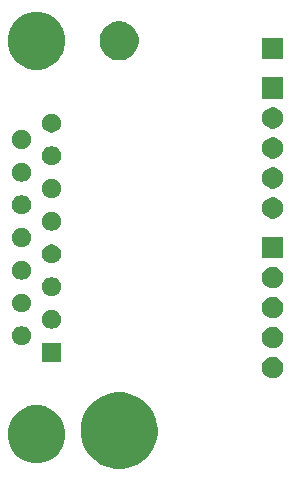
<source format=gbr>
G04 #@! TF.GenerationSoftware,KiCad,Pcbnew,(5.1.5-0-10_14)*
G04 #@! TF.CreationDate,2020-04-14T14:24:53+01:00*
G04 #@! TF.ProjectId,RS422,52533432-322e-46b6-9963-61645f706362,rev?*
G04 #@! TF.SameCoordinates,Original*
G04 #@! TF.FileFunction,Soldermask,Bot*
G04 #@! TF.FilePolarity,Negative*
%FSLAX46Y46*%
G04 Gerber Fmt 4.6, Leading zero omitted, Abs format (unit mm)*
G04 Created by KiCad (PCBNEW (5.1.5-0-10_14)) date 2020-04-14 14:24:53*
%MOMM*%
%LPD*%
G04 APERTURE LIST*
%ADD10C,0.100000*%
G04 APERTURE END LIST*
D10*
G36*
X122254239Y-94391467D02*
G01*
X122568282Y-94453934D01*
X123159926Y-94699001D01*
X123692392Y-95054784D01*
X124145216Y-95507608D01*
X124500999Y-96040074D01*
X124746066Y-96631718D01*
X124746066Y-96631719D01*
X124856135Y-97185070D01*
X124871000Y-97259804D01*
X124871000Y-97900196D01*
X124746066Y-98528282D01*
X124500999Y-99119926D01*
X124145216Y-99652392D01*
X123692392Y-100105216D01*
X123159926Y-100460999D01*
X122568282Y-100706066D01*
X122254239Y-100768533D01*
X121940197Y-100831000D01*
X121299803Y-100831000D01*
X120985761Y-100768533D01*
X120671718Y-100706066D01*
X120080074Y-100460999D01*
X119547608Y-100105216D01*
X119094784Y-99652392D01*
X118739001Y-99119926D01*
X118493934Y-98528282D01*
X118369000Y-97900196D01*
X118369000Y-97259804D01*
X118383866Y-97185070D01*
X118493934Y-96631719D01*
X118493934Y-96631718D01*
X118739001Y-96040074D01*
X119094784Y-95507608D01*
X119547608Y-95054784D01*
X120080074Y-94699001D01*
X120671718Y-94453934D01*
X120985761Y-94391467D01*
X121299803Y-94329000D01*
X121940197Y-94329000D01*
X122254239Y-94391467D01*
G37*
G36*
X115334929Y-95543190D02*
G01*
X115780982Y-95727951D01*
X115780984Y-95727952D01*
X116182421Y-95996184D01*
X116523816Y-96337579D01*
X116720354Y-96631718D01*
X116792049Y-96739018D01*
X116976810Y-97185071D01*
X117071000Y-97658596D01*
X117071000Y-98141404D01*
X116976810Y-98614929D01*
X116792049Y-99060982D01*
X116792048Y-99060984D01*
X116523816Y-99462421D01*
X116182421Y-99803816D01*
X115780984Y-100072048D01*
X115780983Y-100072049D01*
X115780982Y-100072049D01*
X115334929Y-100256810D01*
X114861404Y-100351000D01*
X114378596Y-100351000D01*
X113905071Y-100256810D01*
X113459018Y-100072049D01*
X113459017Y-100072049D01*
X113459016Y-100072048D01*
X113057579Y-99803816D01*
X112716184Y-99462421D01*
X112447952Y-99060984D01*
X112447951Y-99060982D01*
X112263190Y-98614929D01*
X112169000Y-98141404D01*
X112169000Y-97658596D01*
X112263190Y-97185071D01*
X112447951Y-96739018D01*
X112519647Y-96631718D01*
X112716184Y-96337579D01*
X113057579Y-95996184D01*
X113459016Y-95727952D01*
X113459018Y-95727951D01*
X113905071Y-95543190D01*
X114378596Y-95449000D01*
X114861404Y-95449000D01*
X115334929Y-95543190D01*
G37*
G36*
X134733512Y-91343927D02*
G01*
X134882812Y-91373624D01*
X135046784Y-91441544D01*
X135194354Y-91540147D01*
X135319853Y-91665646D01*
X135418456Y-91813216D01*
X135486376Y-91977188D01*
X135521000Y-92151259D01*
X135521000Y-92328741D01*
X135486376Y-92502812D01*
X135418456Y-92666784D01*
X135319853Y-92814354D01*
X135194354Y-92939853D01*
X135046784Y-93038456D01*
X134882812Y-93106376D01*
X134733512Y-93136073D01*
X134708742Y-93141000D01*
X134531258Y-93141000D01*
X134506488Y-93136073D01*
X134357188Y-93106376D01*
X134193216Y-93038456D01*
X134045646Y-92939853D01*
X133920147Y-92814354D01*
X133821544Y-92666784D01*
X133753624Y-92502812D01*
X133719000Y-92328741D01*
X133719000Y-92151259D01*
X133753624Y-91977188D01*
X133821544Y-91813216D01*
X133920147Y-91665646D01*
X134045646Y-91540147D01*
X134193216Y-91441544D01*
X134357188Y-91373624D01*
X134506488Y-91343927D01*
X134531258Y-91339000D01*
X134708742Y-91339000D01*
X134733512Y-91343927D01*
G37*
G36*
X116691000Y-91736000D02*
G01*
X115089000Y-91736000D01*
X115089000Y-90134000D01*
X116691000Y-90134000D01*
X116691000Y-91736000D01*
G37*
G36*
X134733512Y-88803927D02*
G01*
X134882812Y-88833624D01*
X135046784Y-88901544D01*
X135194354Y-89000147D01*
X135319853Y-89125646D01*
X135418456Y-89273216D01*
X135486376Y-89437188D01*
X135521000Y-89611259D01*
X135521000Y-89788741D01*
X135486376Y-89962812D01*
X135418456Y-90126784D01*
X135319853Y-90274354D01*
X135194354Y-90399853D01*
X135046784Y-90498456D01*
X134882812Y-90566376D01*
X134733512Y-90596073D01*
X134708742Y-90601000D01*
X134531258Y-90601000D01*
X134506488Y-90596073D01*
X134357188Y-90566376D01*
X134193216Y-90498456D01*
X134045646Y-90399853D01*
X133920147Y-90274354D01*
X133821544Y-90126784D01*
X133753624Y-89962812D01*
X133719000Y-89788741D01*
X133719000Y-89611259D01*
X133753624Y-89437188D01*
X133821544Y-89273216D01*
X133920147Y-89125646D01*
X134045646Y-89000147D01*
X134193216Y-88901544D01*
X134357188Y-88833624D01*
X134506488Y-88803927D01*
X134531258Y-88799000D01*
X134708742Y-88799000D01*
X134733512Y-88803927D01*
G37*
G36*
X113583642Y-88779781D02*
G01*
X113713632Y-88833625D01*
X113729416Y-88840163D01*
X113860608Y-88927822D01*
X113972178Y-89039392D01*
X114029811Y-89125647D01*
X114059838Y-89170586D01*
X114120219Y-89316358D01*
X114151000Y-89471107D01*
X114151000Y-89628893D01*
X114120219Y-89783642D01*
X114059838Y-89929414D01*
X114059837Y-89929416D01*
X113972178Y-90060608D01*
X113860608Y-90172178D01*
X113729416Y-90259837D01*
X113729415Y-90259838D01*
X113729414Y-90259838D01*
X113583642Y-90320219D01*
X113428893Y-90351000D01*
X113271107Y-90351000D01*
X113116358Y-90320219D01*
X112970586Y-90259838D01*
X112970585Y-90259838D01*
X112970584Y-90259837D01*
X112839392Y-90172178D01*
X112727822Y-90060608D01*
X112640163Y-89929416D01*
X112640162Y-89929414D01*
X112579781Y-89783642D01*
X112549000Y-89628893D01*
X112549000Y-89471107D01*
X112579781Y-89316358D01*
X112640162Y-89170586D01*
X112670189Y-89125647D01*
X112727822Y-89039392D01*
X112839392Y-88927822D01*
X112970584Y-88840163D01*
X112986368Y-88833625D01*
X113116358Y-88779781D01*
X113271107Y-88749000D01*
X113428893Y-88749000D01*
X113583642Y-88779781D01*
G37*
G36*
X116123642Y-87394781D02*
G01*
X116269414Y-87455162D01*
X116269416Y-87455163D01*
X116400608Y-87542822D01*
X116512178Y-87654392D01*
X116565606Y-87734354D01*
X116599838Y-87785586D01*
X116660219Y-87931358D01*
X116691000Y-88086107D01*
X116691000Y-88243893D01*
X116660219Y-88398642D01*
X116599838Y-88544414D01*
X116599837Y-88544416D01*
X116512178Y-88675608D01*
X116400608Y-88787178D01*
X116269416Y-88874837D01*
X116269415Y-88874838D01*
X116269414Y-88874838D01*
X116123642Y-88935219D01*
X115968893Y-88966000D01*
X115811107Y-88966000D01*
X115656358Y-88935219D01*
X115510586Y-88874838D01*
X115510585Y-88874838D01*
X115510584Y-88874837D01*
X115379392Y-88787178D01*
X115267822Y-88675608D01*
X115180163Y-88544416D01*
X115180162Y-88544414D01*
X115119781Y-88398642D01*
X115089000Y-88243893D01*
X115089000Y-88086107D01*
X115119781Y-87931358D01*
X115180162Y-87785586D01*
X115214394Y-87734354D01*
X115267822Y-87654392D01*
X115379392Y-87542822D01*
X115510584Y-87455163D01*
X115510586Y-87455162D01*
X115656358Y-87394781D01*
X115811107Y-87364000D01*
X115968893Y-87364000D01*
X116123642Y-87394781D01*
G37*
G36*
X134733512Y-86263927D02*
G01*
X134882812Y-86293624D01*
X135046784Y-86361544D01*
X135194354Y-86460147D01*
X135319853Y-86585646D01*
X135418456Y-86733216D01*
X135486376Y-86897188D01*
X135521000Y-87071259D01*
X135521000Y-87248741D01*
X135486376Y-87422812D01*
X135418456Y-87586784D01*
X135319853Y-87734354D01*
X135194354Y-87859853D01*
X135046784Y-87958456D01*
X134882812Y-88026376D01*
X134733512Y-88056073D01*
X134708742Y-88061000D01*
X134531258Y-88061000D01*
X134506488Y-88056073D01*
X134357188Y-88026376D01*
X134193216Y-87958456D01*
X134045646Y-87859853D01*
X133920147Y-87734354D01*
X133821544Y-87586784D01*
X133753624Y-87422812D01*
X133719000Y-87248741D01*
X133719000Y-87071259D01*
X133753624Y-86897188D01*
X133821544Y-86733216D01*
X133920147Y-86585646D01*
X134045646Y-86460147D01*
X134193216Y-86361544D01*
X134357188Y-86293624D01*
X134506488Y-86263927D01*
X134531258Y-86259000D01*
X134708742Y-86259000D01*
X134733512Y-86263927D01*
G37*
G36*
X113583642Y-86009781D02*
G01*
X113729414Y-86070162D01*
X113729416Y-86070163D01*
X113860608Y-86157822D01*
X113972178Y-86269392D01*
X114059837Y-86400584D01*
X114059838Y-86400586D01*
X114120219Y-86546358D01*
X114151000Y-86701107D01*
X114151000Y-86858893D01*
X114120219Y-87013642D01*
X114096353Y-87071259D01*
X114059837Y-87159416D01*
X113972178Y-87290608D01*
X113860608Y-87402178D01*
X113729416Y-87489837D01*
X113729415Y-87489838D01*
X113729414Y-87489838D01*
X113583642Y-87550219D01*
X113428893Y-87581000D01*
X113271107Y-87581000D01*
X113116358Y-87550219D01*
X112970586Y-87489838D01*
X112970585Y-87489838D01*
X112970584Y-87489837D01*
X112839392Y-87402178D01*
X112727822Y-87290608D01*
X112640163Y-87159416D01*
X112603647Y-87071259D01*
X112579781Y-87013642D01*
X112549000Y-86858893D01*
X112549000Y-86701107D01*
X112579781Y-86546358D01*
X112640162Y-86400586D01*
X112640163Y-86400584D01*
X112727822Y-86269392D01*
X112839392Y-86157822D01*
X112970584Y-86070163D01*
X112970586Y-86070162D01*
X113116358Y-86009781D01*
X113271107Y-85979000D01*
X113428893Y-85979000D01*
X113583642Y-86009781D01*
G37*
G36*
X116123642Y-84624781D02*
G01*
X116269414Y-84685162D01*
X116269416Y-84685163D01*
X116400608Y-84772822D01*
X116512178Y-84884392D01*
X116599837Y-85015584D01*
X116599838Y-85015586D01*
X116660219Y-85161358D01*
X116691000Y-85316107D01*
X116691000Y-85473893D01*
X116660219Y-85628642D01*
X116599838Y-85774414D01*
X116599837Y-85774416D01*
X116512178Y-85905608D01*
X116400608Y-86017178D01*
X116269416Y-86104837D01*
X116269415Y-86104838D01*
X116269414Y-86104838D01*
X116123642Y-86165219D01*
X115968893Y-86196000D01*
X115811107Y-86196000D01*
X115656358Y-86165219D01*
X115510586Y-86104838D01*
X115510585Y-86104838D01*
X115510584Y-86104837D01*
X115379392Y-86017178D01*
X115267822Y-85905608D01*
X115180163Y-85774416D01*
X115180162Y-85774414D01*
X115119781Y-85628642D01*
X115089000Y-85473893D01*
X115089000Y-85316107D01*
X115119781Y-85161358D01*
X115180162Y-85015586D01*
X115180163Y-85015584D01*
X115267822Y-84884392D01*
X115379392Y-84772822D01*
X115510584Y-84685163D01*
X115510586Y-84685162D01*
X115656358Y-84624781D01*
X115811107Y-84594000D01*
X115968893Y-84594000D01*
X116123642Y-84624781D01*
G37*
G36*
X134733512Y-83723927D02*
G01*
X134882812Y-83753624D01*
X135046784Y-83821544D01*
X135194354Y-83920147D01*
X135319853Y-84045646D01*
X135418456Y-84193216D01*
X135486376Y-84357188D01*
X135516073Y-84506488D01*
X135518882Y-84520608D01*
X135521000Y-84531259D01*
X135521000Y-84708741D01*
X135486376Y-84882812D01*
X135418456Y-85046784D01*
X135319853Y-85194354D01*
X135194354Y-85319853D01*
X135046784Y-85418456D01*
X134882812Y-85486376D01*
X134733512Y-85516073D01*
X134708742Y-85521000D01*
X134531258Y-85521000D01*
X134506488Y-85516073D01*
X134357188Y-85486376D01*
X134193216Y-85418456D01*
X134045646Y-85319853D01*
X133920147Y-85194354D01*
X133821544Y-85046784D01*
X133753624Y-84882812D01*
X133719000Y-84708741D01*
X133719000Y-84531259D01*
X133721119Y-84520608D01*
X133723927Y-84506488D01*
X133753624Y-84357188D01*
X133821544Y-84193216D01*
X133920147Y-84045646D01*
X134045646Y-83920147D01*
X134193216Y-83821544D01*
X134357188Y-83753624D01*
X134506488Y-83723927D01*
X134531258Y-83719000D01*
X134708742Y-83719000D01*
X134733512Y-83723927D01*
G37*
G36*
X113583642Y-83239781D02*
G01*
X113729414Y-83300162D01*
X113729416Y-83300163D01*
X113860608Y-83387822D01*
X113972178Y-83499392D01*
X114059837Y-83630584D01*
X114059838Y-83630586D01*
X114120219Y-83776358D01*
X114151000Y-83931107D01*
X114151000Y-84088893D01*
X114120219Y-84243642D01*
X114073186Y-84357189D01*
X114059837Y-84389416D01*
X113972178Y-84520608D01*
X113860608Y-84632178D01*
X113729416Y-84719837D01*
X113729415Y-84719838D01*
X113729414Y-84719838D01*
X113583642Y-84780219D01*
X113428893Y-84811000D01*
X113271107Y-84811000D01*
X113116358Y-84780219D01*
X112970586Y-84719838D01*
X112970585Y-84719838D01*
X112970584Y-84719837D01*
X112839392Y-84632178D01*
X112727822Y-84520608D01*
X112640163Y-84389416D01*
X112626814Y-84357189D01*
X112579781Y-84243642D01*
X112549000Y-84088893D01*
X112549000Y-83931107D01*
X112579781Y-83776358D01*
X112640162Y-83630586D01*
X112640163Y-83630584D01*
X112727822Y-83499392D01*
X112839392Y-83387822D01*
X112970584Y-83300163D01*
X112970586Y-83300162D01*
X113116358Y-83239781D01*
X113271107Y-83209000D01*
X113428893Y-83209000D01*
X113583642Y-83239781D01*
G37*
G36*
X116123642Y-81854781D02*
G01*
X116269414Y-81915162D01*
X116269416Y-81915163D01*
X116400608Y-82002822D01*
X116512178Y-82114392D01*
X116599837Y-82245584D01*
X116599838Y-82245586D01*
X116660219Y-82391358D01*
X116691000Y-82546107D01*
X116691000Y-82703893D01*
X116660219Y-82858642D01*
X116609536Y-82981000D01*
X116599837Y-83004416D01*
X116512178Y-83135608D01*
X116400608Y-83247178D01*
X116269416Y-83334837D01*
X116269415Y-83334838D01*
X116269414Y-83334838D01*
X116123642Y-83395219D01*
X115968893Y-83426000D01*
X115811107Y-83426000D01*
X115656358Y-83395219D01*
X115510586Y-83334838D01*
X115510585Y-83334838D01*
X115510584Y-83334837D01*
X115379392Y-83247178D01*
X115267822Y-83135608D01*
X115180163Y-83004416D01*
X115170464Y-82981000D01*
X115119781Y-82858642D01*
X115089000Y-82703893D01*
X115089000Y-82546107D01*
X115119781Y-82391358D01*
X115180162Y-82245586D01*
X115180163Y-82245584D01*
X115267822Y-82114392D01*
X115379392Y-82002822D01*
X115510584Y-81915163D01*
X115510586Y-81915162D01*
X115656358Y-81854781D01*
X115811107Y-81824000D01*
X115968893Y-81824000D01*
X116123642Y-81854781D01*
G37*
G36*
X135521000Y-82981000D02*
G01*
X133719000Y-82981000D01*
X133719000Y-81179000D01*
X135521000Y-81179000D01*
X135521000Y-82981000D01*
G37*
G36*
X113583642Y-80469781D02*
G01*
X113729414Y-80530162D01*
X113729416Y-80530163D01*
X113860608Y-80617822D01*
X113972178Y-80729392D01*
X114059837Y-80860584D01*
X114059838Y-80860586D01*
X114120219Y-81006358D01*
X114151000Y-81161107D01*
X114151000Y-81318893D01*
X114120219Y-81473642D01*
X114059838Y-81619414D01*
X114059837Y-81619416D01*
X113972178Y-81750608D01*
X113860608Y-81862178D01*
X113729416Y-81949837D01*
X113729415Y-81949838D01*
X113729414Y-81949838D01*
X113583642Y-82010219D01*
X113428893Y-82041000D01*
X113271107Y-82041000D01*
X113116358Y-82010219D01*
X112970586Y-81949838D01*
X112970585Y-81949838D01*
X112970584Y-81949837D01*
X112839392Y-81862178D01*
X112727822Y-81750608D01*
X112640163Y-81619416D01*
X112640162Y-81619414D01*
X112579781Y-81473642D01*
X112549000Y-81318893D01*
X112549000Y-81161107D01*
X112579781Y-81006358D01*
X112640162Y-80860586D01*
X112640163Y-80860584D01*
X112727822Y-80729392D01*
X112839392Y-80617822D01*
X112970584Y-80530163D01*
X112970586Y-80530162D01*
X113116358Y-80469781D01*
X113271107Y-80439000D01*
X113428893Y-80439000D01*
X113583642Y-80469781D01*
G37*
G36*
X116123642Y-79084781D02*
G01*
X116269414Y-79145162D01*
X116269416Y-79145163D01*
X116400608Y-79232822D01*
X116512178Y-79344392D01*
X116575962Y-79439853D01*
X116599838Y-79475586D01*
X116660219Y-79621358D01*
X116691000Y-79776107D01*
X116691000Y-79933893D01*
X116660219Y-80088642D01*
X116599838Y-80234414D01*
X116599837Y-80234416D01*
X116512178Y-80365608D01*
X116400608Y-80477178D01*
X116269416Y-80564837D01*
X116269415Y-80564838D01*
X116269414Y-80564838D01*
X116123642Y-80625219D01*
X115968893Y-80656000D01*
X115811107Y-80656000D01*
X115656358Y-80625219D01*
X115510586Y-80564838D01*
X115510585Y-80564838D01*
X115510584Y-80564837D01*
X115379392Y-80477178D01*
X115267822Y-80365608D01*
X115180163Y-80234416D01*
X115180162Y-80234414D01*
X115119781Y-80088642D01*
X115089000Y-79933893D01*
X115089000Y-79776107D01*
X115119781Y-79621358D01*
X115180162Y-79475586D01*
X115204038Y-79439853D01*
X115267822Y-79344392D01*
X115379392Y-79232822D01*
X115510584Y-79145163D01*
X115510586Y-79145162D01*
X115656358Y-79084781D01*
X115811107Y-79054000D01*
X115968893Y-79054000D01*
X116123642Y-79084781D01*
G37*
G36*
X134733512Y-77843927D02*
G01*
X134882812Y-77873624D01*
X135046784Y-77941544D01*
X135194354Y-78040147D01*
X135319853Y-78165646D01*
X135418456Y-78313216D01*
X135486376Y-78477188D01*
X135521000Y-78651259D01*
X135521000Y-78828741D01*
X135486376Y-79002812D01*
X135418456Y-79166784D01*
X135319853Y-79314354D01*
X135194354Y-79439853D01*
X135046784Y-79538456D01*
X134882812Y-79606376D01*
X134733512Y-79636073D01*
X134708742Y-79641000D01*
X134531258Y-79641000D01*
X134506488Y-79636073D01*
X134357188Y-79606376D01*
X134193216Y-79538456D01*
X134045646Y-79439853D01*
X133920147Y-79314354D01*
X133821544Y-79166784D01*
X133753624Y-79002812D01*
X133719000Y-78828741D01*
X133719000Y-78651259D01*
X133753624Y-78477188D01*
X133821544Y-78313216D01*
X133920147Y-78165646D01*
X134045646Y-78040147D01*
X134193216Y-77941544D01*
X134357188Y-77873624D01*
X134506488Y-77843927D01*
X134531258Y-77839000D01*
X134708742Y-77839000D01*
X134733512Y-77843927D01*
G37*
G36*
X113583642Y-77699781D02*
G01*
X113729414Y-77760162D01*
X113729416Y-77760163D01*
X113860608Y-77847822D01*
X113972178Y-77959392D01*
X114026136Y-78040147D01*
X114059838Y-78090586D01*
X114120219Y-78236358D01*
X114151000Y-78391107D01*
X114151000Y-78548893D01*
X114120219Y-78703642D01*
X114059838Y-78849414D01*
X114059837Y-78849416D01*
X113972178Y-78980608D01*
X113860608Y-79092178D01*
X113729416Y-79179837D01*
X113729415Y-79179838D01*
X113729414Y-79179838D01*
X113583642Y-79240219D01*
X113428893Y-79271000D01*
X113271107Y-79271000D01*
X113116358Y-79240219D01*
X112970586Y-79179838D01*
X112970585Y-79179838D01*
X112970584Y-79179837D01*
X112839392Y-79092178D01*
X112727822Y-78980608D01*
X112640163Y-78849416D01*
X112640162Y-78849414D01*
X112579781Y-78703642D01*
X112549000Y-78548893D01*
X112549000Y-78391107D01*
X112579781Y-78236358D01*
X112640162Y-78090586D01*
X112673864Y-78040147D01*
X112727822Y-77959392D01*
X112839392Y-77847822D01*
X112970584Y-77760163D01*
X112970586Y-77760162D01*
X113116358Y-77699781D01*
X113271107Y-77669000D01*
X113428893Y-77669000D01*
X113583642Y-77699781D01*
G37*
G36*
X116123642Y-76314781D02*
G01*
X116269414Y-76375162D01*
X116269416Y-76375163D01*
X116400608Y-76462822D01*
X116512178Y-76574392D01*
X116599837Y-76705584D01*
X116599838Y-76705586D01*
X116660219Y-76851358D01*
X116691000Y-77006107D01*
X116691000Y-77163893D01*
X116660219Y-77318642D01*
X116599838Y-77464414D01*
X116599837Y-77464416D01*
X116512178Y-77595608D01*
X116400608Y-77707178D01*
X116269416Y-77794837D01*
X116269415Y-77794838D01*
X116269414Y-77794838D01*
X116123642Y-77855219D01*
X115968893Y-77886000D01*
X115811107Y-77886000D01*
X115656358Y-77855219D01*
X115510586Y-77794838D01*
X115510585Y-77794838D01*
X115510584Y-77794837D01*
X115379392Y-77707178D01*
X115267822Y-77595608D01*
X115180163Y-77464416D01*
X115180162Y-77464414D01*
X115119781Y-77318642D01*
X115089000Y-77163893D01*
X115089000Y-77006107D01*
X115119781Y-76851358D01*
X115180162Y-76705586D01*
X115180163Y-76705584D01*
X115267822Y-76574392D01*
X115379392Y-76462822D01*
X115510584Y-76375163D01*
X115510586Y-76375162D01*
X115656358Y-76314781D01*
X115811107Y-76284000D01*
X115968893Y-76284000D01*
X116123642Y-76314781D01*
G37*
G36*
X134733512Y-75303927D02*
G01*
X134882812Y-75333624D01*
X135046784Y-75401544D01*
X135194354Y-75500147D01*
X135319853Y-75625646D01*
X135418456Y-75773216D01*
X135486376Y-75937188D01*
X135521000Y-76111259D01*
X135521000Y-76288741D01*
X135486376Y-76462812D01*
X135418456Y-76626784D01*
X135319853Y-76774354D01*
X135194354Y-76899853D01*
X135046784Y-76998456D01*
X134882812Y-77066376D01*
X134733512Y-77096073D01*
X134708742Y-77101000D01*
X134531258Y-77101000D01*
X134506488Y-77096073D01*
X134357188Y-77066376D01*
X134193216Y-76998456D01*
X134045646Y-76899853D01*
X133920147Y-76774354D01*
X133821544Y-76626784D01*
X133753624Y-76462812D01*
X133719000Y-76288741D01*
X133719000Y-76111259D01*
X133753624Y-75937188D01*
X133821544Y-75773216D01*
X133920147Y-75625646D01*
X134045646Y-75500147D01*
X134193216Y-75401544D01*
X134357188Y-75333624D01*
X134506488Y-75303927D01*
X134531258Y-75299000D01*
X134708742Y-75299000D01*
X134733512Y-75303927D01*
G37*
G36*
X113583642Y-74929781D02*
G01*
X113729414Y-74990162D01*
X113729416Y-74990163D01*
X113860608Y-75077822D01*
X113972178Y-75189392D01*
X114045415Y-75299000D01*
X114059838Y-75320586D01*
X114120219Y-75466358D01*
X114151000Y-75621107D01*
X114151000Y-75778893D01*
X114120219Y-75933642D01*
X114059838Y-76079414D01*
X114059837Y-76079416D01*
X113972178Y-76210608D01*
X113860608Y-76322178D01*
X113729416Y-76409837D01*
X113729415Y-76409838D01*
X113729414Y-76409838D01*
X113583642Y-76470219D01*
X113428893Y-76501000D01*
X113271107Y-76501000D01*
X113116358Y-76470219D01*
X112970586Y-76409838D01*
X112970585Y-76409838D01*
X112970584Y-76409837D01*
X112839392Y-76322178D01*
X112727822Y-76210608D01*
X112640163Y-76079416D01*
X112640162Y-76079414D01*
X112579781Y-75933642D01*
X112549000Y-75778893D01*
X112549000Y-75621107D01*
X112579781Y-75466358D01*
X112640162Y-75320586D01*
X112654585Y-75299000D01*
X112727822Y-75189392D01*
X112839392Y-75077822D01*
X112970584Y-74990163D01*
X112970586Y-74990162D01*
X113116358Y-74929781D01*
X113271107Y-74899000D01*
X113428893Y-74899000D01*
X113583642Y-74929781D01*
G37*
G36*
X116123642Y-73544781D02*
G01*
X116269414Y-73605162D01*
X116269416Y-73605163D01*
X116400608Y-73692822D01*
X116512178Y-73804392D01*
X116591302Y-73922811D01*
X116599838Y-73935586D01*
X116660219Y-74081358D01*
X116691000Y-74236107D01*
X116691000Y-74393893D01*
X116660219Y-74548642D01*
X116655100Y-74561000D01*
X116599837Y-74694416D01*
X116512178Y-74825608D01*
X116400608Y-74937178D01*
X116269416Y-75024837D01*
X116269415Y-75024838D01*
X116269414Y-75024838D01*
X116123642Y-75085219D01*
X115968893Y-75116000D01*
X115811107Y-75116000D01*
X115656358Y-75085219D01*
X115510586Y-75024838D01*
X115510585Y-75024838D01*
X115510584Y-75024837D01*
X115379392Y-74937178D01*
X115267822Y-74825608D01*
X115180163Y-74694416D01*
X115124900Y-74561000D01*
X115119781Y-74548642D01*
X115089000Y-74393893D01*
X115089000Y-74236107D01*
X115119781Y-74081358D01*
X115180162Y-73935586D01*
X115188698Y-73922811D01*
X115267822Y-73804392D01*
X115379392Y-73692822D01*
X115510584Y-73605163D01*
X115510586Y-73605162D01*
X115656358Y-73544781D01*
X115811107Y-73514000D01*
X115968893Y-73514000D01*
X116123642Y-73544781D01*
G37*
G36*
X134733512Y-72763927D02*
G01*
X134882812Y-72793624D01*
X135046784Y-72861544D01*
X135194354Y-72960147D01*
X135319853Y-73085646D01*
X135418456Y-73233216D01*
X135486376Y-73397188D01*
X135521000Y-73571259D01*
X135521000Y-73748741D01*
X135486376Y-73922812D01*
X135418456Y-74086784D01*
X135319853Y-74234354D01*
X135194354Y-74359853D01*
X135046784Y-74458456D01*
X134882812Y-74526376D01*
X134733512Y-74556073D01*
X134708742Y-74561000D01*
X134531258Y-74561000D01*
X134506488Y-74556073D01*
X134357188Y-74526376D01*
X134193216Y-74458456D01*
X134045646Y-74359853D01*
X133920147Y-74234354D01*
X133821544Y-74086784D01*
X133753624Y-73922812D01*
X133719000Y-73748741D01*
X133719000Y-73571259D01*
X133753624Y-73397188D01*
X133821544Y-73233216D01*
X133920147Y-73085646D01*
X134045646Y-72960147D01*
X134193216Y-72861544D01*
X134357188Y-72793624D01*
X134506488Y-72763927D01*
X134531258Y-72759000D01*
X134708742Y-72759000D01*
X134733512Y-72763927D01*
G37*
G36*
X113583642Y-72159781D02*
G01*
X113729414Y-72220162D01*
X113729416Y-72220163D01*
X113860608Y-72307822D01*
X113972178Y-72419392D01*
X114059837Y-72550584D01*
X114059838Y-72550586D01*
X114120219Y-72696358D01*
X114151000Y-72851107D01*
X114151000Y-73008893D01*
X114120219Y-73163642D01*
X114059838Y-73309414D01*
X114059837Y-73309416D01*
X113972178Y-73440608D01*
X113860608Y-73552178D01*
X113729416Y-73639837D01*
X113729415Y-73639838D01*
X113729414Y-73639838D01*
X113583642Y-73700219D01*
X113428893Y-73731000D01*
X113271107Y-73731000D01*
X113116358Y-73700219D01*
X112970586Y-73639838D01*
X112970585Y-73639838D01*
X112970584Y-73639837D01*
X112839392Y-73552178D01*
X112727822Y-73440608D01*
X112640163Y-73309416D01*
X112640162Y-73309414D01*
X112579781Y-73163642D01*
X112549000Y-73008893D01*
X112549000Y-72851107D01*
X112579781Y-72696358D01*
X112640162Y-72550586D01*
X112640163Y-72550584D01*
X112727822Y-72419392D01*
X112839392Y-72307822D01*
X112970584Y-72220163D01*
X112970586Y-72220162D01*
X113116358Y-72159781D01*
X113271107Y-72129000D01*
X113428893Y-72129000D01*
X113583642Y-72159781D01*
G37*
G36*
X116123642Y-70774781D02*
G01*
X116269414Y-70835162D01*
X116269416Y-70835163D01*
X116400608Y-70922822D01*
X116512178Y-71034392D01*
X116599837Y-71165584D01*
X116599838Y-71165586D01*
X116660219Y-71311358D01*
X116691000Y-71466107D01*
X116691000Y-71623893D01*
X116660219Y-71778642D01*
X116602306Y-71918456D01*
X116599837Y-71924416D01*
X116512178Y-72055608D01*
X116400608Y-72167178D01*
X116269416Y-72254837D01*
X116269415Y-72254838D01*
X116269414Y-72254838D01*
X116123642Y-72315219D01*
X115968893Y-72346000D01*
X115811107Y-72346000D01*
X115656358Y-72315219D01*
X115510586Y-72254838D01*
X115510585Y-72254838D01*
X115510584Y-72254837D01*
X115379392Y-72167178D01*
X115267822Y-72055608D01*
X115180163Y-71924416D01*
X115177694Y-71918456D01*
X115119781Y-71778642D01*
X115089000Y-71623893D01*
X115089000Y-71466107D01*
X115119781Y-71311358D01*
X115180162Y-71165586D01*
X115180163Y-71165584D01*
X115267822Y-71034392D01*
X115379392Y-70922822D01*
X115510584Y-70835163D01*
X115510586Y-70835162D01*
X115656358Y-70774781D01*
X115811107Y-70744000D01*
X115968893Y-70744000D01*
X116123642Y-70774781D01*
G37*
G36*
X134733512Y-70223927D02*
G01*
X134882812Y-70253624D01*
X135046784Y-70321544D01*
X135194354Y-70420147D01*
X135319853Y-70545646D01*
X135418456Y-70693216D01*
X135486376Y-70857188D01*
X135521000Y-71031259D01*
X135521000Y-71208741D01*
X135486376Y-71382812D01*
X135418456Y-71546784D01*
X135319853Y-71694354D01*
X135194354Y-71819853D01*
X135046784Y-71918456D01*
X134882812Y-71986376D01*
X134733512Y-72016073D01*
X134708742Y-72021000D01*
X134531258Y-72021000D01*
X134506488Y-72016073D01*
X134357188Y-71986376D01*
X134193216Y-71918456D01*
X134045646Y-71819853D01*
X133920147Y-71694354D01*
X133821544Y-71546784D01*
X133753624Y-71382812D01*
X133719000Y-71208741D01*
X133719000Y-71031259D01*
X133753624Y-70857188D01*
X133821544Y-70693216D01*
X133920147Y-70545646D01*
X134045646Y-70420147D01*
X134193216Y-70321544D01*
X134357188Y-70253624D01*
X134506488Y-70223927D01*
X134531258Y-70219000D01*
X134708742Y-70219000D01*
X134733512Y-70223927D01*
G37*
G36*
X135521000Y-69481000D02*
G01*
X133719000Y-69481000D01*
X133719000Y-67679000D01*
X135521000Y-67679000D01*
X135521000Y-69481000D01*
G37*
G36*
X115334929Y-62223190D02*
G01*
X115780982Y-62407951D01*
X115780984Y-62407952D01*
X116182421Y-62676184D01*
X116523816Y-63017579D01*
X116710910Y-63297584D01*
X116792049Y-63419018D01*
X116976810Y-63865071D01*
X117071000Y-64338596D01*
X117071000Y-64821404D01*
X116976810Y-65294929D01*
X116837005Y-65632449D01*
X116792048Y-65740984D01*
X116523816Y-66142421D01*
X116182421Y-66483816D01*
X115780984Y-66752048D01*
X115780983Y-66752049D01*
X115780982Y-66752049D01*
X115334929Y-66936810D01*
X114861404Y-67031000D01*
X114378596Y-67031000D01*
X113905071Y-66936810D01*
X113459018Y-66752049D01*
X113459017Y-66752049D01*
X113459016Y-66752048D01*
X113057579Y-66483816D01*
X112716184Y-66142421D01*
X112447952Y-65740984D01*
X112402995Y-65632449D01*
X112263190Y-65294929D01*
X112169000Y-64821404D01*
X112169000Y-64338596D01*
X112263190Y-63865071D01*
X112447951Y-63419018D01*
X112529091Y-63297584D01*
X112716184Y-63017579D01*
X113057579Y-62676184D01*
X113459016Y-62407952D01*
X113459018Y-62407951D01*
X113905071Y-62223190D01*
X114378596Y-62129000D01*
X114861404Y-62129000D01*
X115334929Y-62223190D01*
G37*
G36*
X121995256Y-62971298D02*
G01*
X122101579Y-62992447D01*
X122402042Y-63116903D01*
X122672451Y-63297585D01*
X122902415Y-63527549D01*
X123083097Y-63797958D01*
X123207553Y-64098421D01*
X123271000Y-64417391D01*
X123271000Y-64742609D01*
X123207553Y-65061579D01*
X123083097Y-65362042D01*
X122902415Y-65632451D01*
X122672451Y-65862415D01*
X122402042Y-66043097D01*
X122101579Y-66167553D01*
X121995256Y-66188702D01*
X121782611Y-66231000D01*
X121457389Y-66231000D01*
X121244744Y-66188702D01*
X121138421Y-66167553D01*
X120837958Y-66043097D01*
X120567549Y-65862415D01*
X120337585Y-65632451D01*
X120156903Y-65362042D01*
X120032447Y-65061579D01*
X119969000Y-64742609D01*
X119969000Y-64417391D01*
X120032447Y-64098421D01*
X120156903Y-63797958D01*
X120337585Y-63527549D01*
X120567549Y-63297585D01*
X120837958Y-63116903D01*
X121138421Y-62992447D01*
X121244744Y-62971298D01*
X121457389Y-62929000D01*
X121782611Y-62929000D01*
X121995256Y-62971298D01*
G37*
G36*
X135521000Y-66141000D02*
G01*
X133719000Y-66141000D01*
X133719000Y-64339000D01*
X135521000Y-64339000D01*
X135521000Y-66141000D01*
G37*
M02*

</source>
